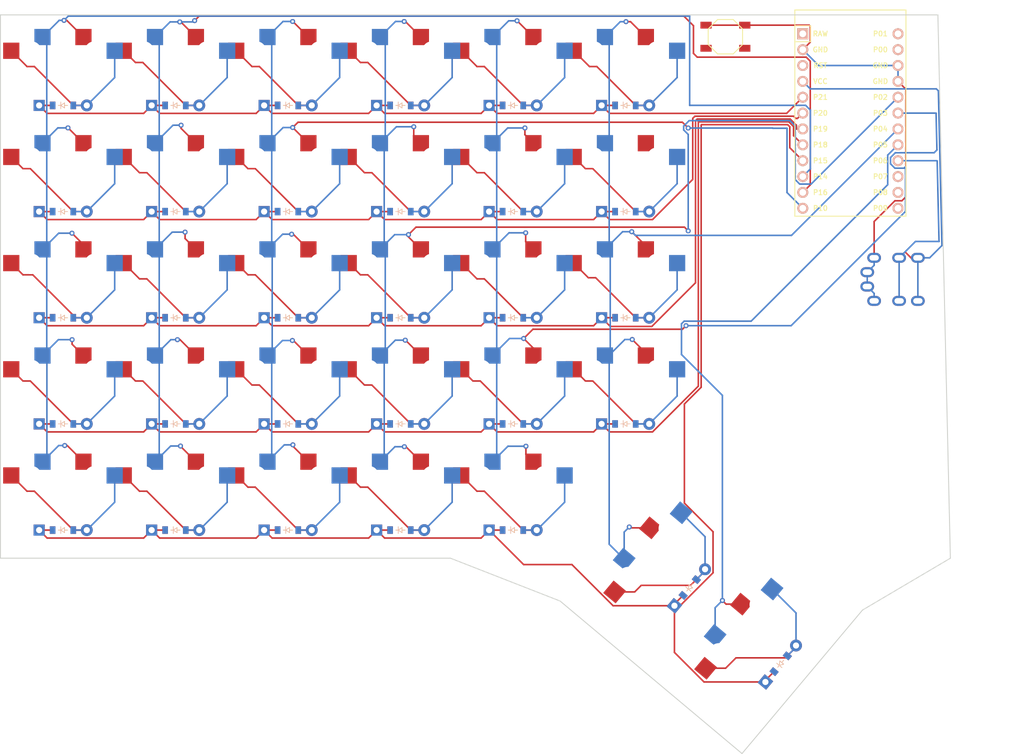
<source format=kicad_pcb>
(kicad_pcb (version 20221018) (generator pcbnew)
  (title_block (title "split_keyboard_I") (rev "v1.0.0") (company "Unknown"))
  (layers (0 "F.Cu" signal) (31 "B.Cu" signal) (34 "B.Paste" user) (35 "F.Paste" user) (36 "B.SilkS" user "B.Silkscreen") (37 "F.SilkS" user "F.Silkscreen") (38 "B.Mask" user) (39 "F.Mask" user) (44 "Edge.Cuts" user))
  (net 0 "")
  (net 1 "P14")
  (net 2 "outer_bottom")
  (net 3 "outer_row3")
  (net 4 "outer_row2")
  (net 5 "outer_row1")
  (net 6 "outer_number")
  (net 7 "P16")
  (net 8 "pinky_bottom")
  (net 9 "pinky_row3")
  (net 10 "pinky_row2")
  (net 11 "pinky_row1")
  (net 12 "pinky_number")
  (net 13 "P10")
  (net 14 "ring_bottom")
  (net 15 "ring_row3")
  (net 16 "ring_row2")
  (net 17 "ring_row1")
  (net 18 "ring_number")
  (net 19 "P2")
  (net 20 "middle_bottom")
  (net 21 "middle_row3")
  (net 22 "middle_row2")
  (net 23 "middle_row1")
  (net 24 "middle_number")
  (net 25 "P3")
  (net 26 "index_bottom")
  (net 27 "index_row3")
  (net 28 "index_row2")
  (net 29 "index_row1")
  (net 30 "index_number")
  (net 31 "P4")
  (net 32 "inner_row3")
  (net 33 "inner_row2")
  (net 34 "inner_row1")
  (net 35 "inner_number")
  (net 36 "space_cluster")
  (net 37 "P5")
  (net 38 "layer_cluster")
  (net 39 "P15")
  (net 40 "P18")
  (net 41 "P19")
  (net 42 "P20")
  (net 43 "P21")
  (net 44 "RAW")
  (net 45 "GND")
  (net 46 "RST")
  (net 47 "VCC")
  (net 48 "P1")
  (net 49 "P0")
  (net 50 "P6")
  (net 51 "P7")
  (net 52 "P8")
  (net 53 "P9")
  (footprint "E73:SW_TACT_ALPS_SKQGABE010" (layer "F.Cu") (at 256 76)
    (fp_text reference "B1" hide)
    (fp_text value "" hide)
  )
  (footprint "PG1350" (layer "F.Cu") (at 186 133)
    (fp_text reference "S12" hide)
    (fp_text value "" hide)
  )
  (footprint "PG1350" (layer "F.Cu") (at 240 116)
    (fp_text reference "S27" hide)
    (fp_text value "" hide)
  )
  (footprint "PG1350" (layer "F.Cu") (at 186 82)
    (fp_text reference "S15" hide)
    (fp_text value "" hide)
  )
  (footprint "ComboDiode" (layer "F.Cu") (at 240 121)
    (fp_text reference "D27" hide)
    (fp_text value "" hide)
  )
  (footprint "ComboDiode" (layer "F.Cu") (at 150 138)
    (fp_text reference "D2" hide)
    (fp_text value "" hide)
  )
  (footprint "ComboDiode" (layer "F.Cu") (at 222 121)
    (fp_text reference "D23" hide)
    (fp_text value "" hide)
  )
  (footprint "ComboDiode" (layer "F.Cu") (at 240 104)
    (fp_text reference "D28" hide)
    (fp_text value "" hide)
  )
  (footprint "ComboDiode" (layer "F.Cu") (at 168 87)
    (fp_text reference "D10" hide)
    (fp_text value "" hide)
  )
  (footprint "PG1350" (layer "F.Cu") (at 204 116)
    (fp_text reference "S18" hide)
    (fp_text value "" hide)
  )
  (footprint "ComboDiode" (layer "F.Cu") (at 204 87)
    (fp_text reference "D20" hide)
    (fp_text value "" hide)
  )
  (footprint "PG1350" (layer "F.Cu") (at 168 150)
    (fp_text reference "S6" hide)
    (fp_text value "" hide)
  )
  (footprint "PG1350" (layer "F.Cu") (at 246.465173 160.97447 50)
    (fp_text reference "S30" hide)
    (fp_text value "" hide)
  )
  (footprint "PG1350" (layer "F.Cu") (at 261.020018 173.187435 50)
    (fp_text reference "S31" hide)
    (fp_text value "" hide)
  )
  (footprint "ComboDiode" (layer "F.Cu") (at 186 87)
    (fp_text reference "D15" hide)
    (fp_text value "" hide)
  )
  (footprint "ComboDiode" (layer "F.Cu") (at 222 104)
    (fp_text reference "D24" hide)
    (fp_text value "" hide)
  )
  (footprint "PG1350" (layer "F.Cu") (at 204 150)
    (fp_text reference "S16" hide)
    (fp_text value "" hide)
  )
  (footprint "ComboDiode" (layer "F.Cu") (at 168 155)
    (fp_text reference "D6" hide)
    (fp_text value "" hide)
  )
  (footprint "PG1350" (layer "F.Cu") (at 168 116)
    (fp_text reference "S8" hide)
    (fp_text value "" hide)
  )
  (footprint "TRRS-PJ-320A-dual" (layer "F.Cu") (at 290 116 -90)
    (fp_text reference "TRRS1")
    (fp_text value "TRRS-PJ-320A-dual")
  )
  (footprint "PG1350" (layer "F.Cu") (at 150 82)
    (fp_text reference "S5" hide)
    (fp_text value "" hide)
  )
  (footprint "PG1350" (layer "F.Cu") (at 204 82)
    (fp_text reference "S20" hide)
    (fp_text value "" hide)
  )
  (footprint "PG1350" (layer "F.Cu") (at 222 82)
    (fp_text reference "S25" hide)
    (fp_text value "" hide)
  )
  (footprint "PG1350" (layer "F.Cu") (at 186 99)
    (fp_text reference "S14" hide)
    (fp_text value "" hide)
  )
  (footprint "PG1350" (layer "F.Cu") (at 222 150)
    (fp_text reference "S21" hide)
    (fp_text value "" hide)
  )
  (footprint "PG1350" (layer "F.Cu") (at 240 82)
    (fp_text reference "S29" hide)
    (fp_text value "" hide)
  )
  (footprint "ComboDiode" (layer "F.Cu") (at 168 138)
    (fp_text reference "D7" hide)
    (fp_text value "" hide)
  )
  (footprint "PG1350" (layer "F.Cu") (at 168 133)
    (fp_text reference "S7" hide)
    (fp_text value "" hide)
  )
  (footprint "ComboDiode" (layer "F.Cu") (at 186 155)
    (fp_text reference "D11" hide)
    (fp_text value "" hide)
  )
  (footprint "ComboDiode" (layer "F.Cu") (at 150 155)
    (fp_text reference "D1" hide)
    (fp_text value "" hide)
  )
  (footprint "PG1350" (layer "F.Cu") (at 150 99)
    (fp_text reference "S4" hide)
    (fp_text value "" hide)
  )
  (footprint "ComboDiode" (layer "F.Cu") (at 222 87)
    (fp_text reference "D25" hide)
    (fp_text value "" hide)
  )
  (footprint "ComboDiode" (layer "F.Cu") (at 250.295395 164.188408 50)
    (fp_text reference "D30" hide)
    (fp_text value "" hide)
  )
  (footprint "PG1350" (layer "F.Cu") (at 240 133)
    (fp_text reference "S26" hide)
    (fp_text value "" hide)
  )
  (footprint "ComboDiode" (layer "F.Cu") (at 168 121)
    (fp_text reference "D8" hide)
    (fp_text value "" hide)
  )
  (footprint "PG1350" (layer "F.Cu") (at 150 116)
    (fp_text reference "S3" hide)
    (fp_text value "" hide)
  )
  (footprint "PG1350" (layer "F.Cu") (at 150 133)
    (fp_text reference "S2" hide)
    (fp_text value "" hide)
  )
  (footprint "PG1350" (layer "F.Cu") (at 222 116)
    (fp_text reference "S23" hide)
    (fp_text value "" hide)
  )
  (footprint "ComboDiode" (layer "F.Cu") (at 150 121)
    (fp_text reference "D3" hide)
    (fp_text value "" hide)
  )
  (footprint "ComboDiode" (layer "F.Cu") (at 264.85024 176.401373 50)
    (fp_text reference "D31" hide)
    (fp_text value "" hide)
  )
  (footprint "ComboDiode" (layer "F.Cu") (at 204 155)
    (fp_text reference "D16" hide)
    (fp_text value "" hide)
  )
  (footprint "ComboDiode" (layer "F.Cu") (at 186 104)
    (fp_text reference "D14" hide)
    (fp_text value "" hide)
  )
  (footprint "PG1350" (layer "F.Cu") (at 150 150)
    (fp_text reference "S1" hide)
    (fp_text value "" hide)
  )
  (footprint "PG1350" (layer "F.Cu") (at 186 116)
    (fp_text reference "S13" hide)
    (fp_text value "" hide)
  )
  (footprint "PG1350" (layer "F.Cu") (at 186 150)
    (fp_text reference "S11" hide)
    (fp_text value "" hide)
  )
  (footprint "PG1350" (layer "F.Cu") (at 168 99)
    (fp_text reference "S9" hide)
    (fp_text value "" hide)
  )
  (footprint "ComboDiode" (layer "F.Cu") (at 240 87)
    (fp_text reference "D29" hide)
    (fp_text value "" hide)
  )
  (footprint "ComboDiode" (layer "F.Cu") (at 150 104)
    (fp_text reference "D4" hide)
    (fp_text value "" hide)
  )
  (footprint "ComboDiode" (layer "F.Cu") (at 150 87)
    (fp_text reference "D5" hide)
    (fp_text value "" hide)
  )
  (footprint "ProMicro" (layer "F.Cu") (at 276 89.5 -90)
    (fp_text reference "MCU1" hide)
    (fp_text value "" hide)
  )
  (footprint "PG1350" (layer "F.Cu") (at 168 82)
    (fp_text reference "S10" hide)
    (fp_text value "" hide)
  )
  (footprint "PG1350" (layer "F.Cu") (at 204 99)
    (fp_text reference "S19" hide)
    (fp_text value "" hide)
  )
  (footprint "PG1350" (layer "F.Cu") (at 222 133)
    (fp_text reference "S22" hide)
    (fp_text value "" hide)
  )
  (footprint "ComboDiode" (layer "F.Cu") (at 168 104)
    (fp_text reference "D9" hide)
    (fp_text value "" hide)
  )
  (footprint "PG1350" (layer "F.Cu") (at 204 133)
    (fp_text reference "S17" hide)
    (fp_text value "" hide)
  )
  (footprint "ComboDiode" (layer "F.Cu") (at 204 104)
    (fp_text reference "D19" hide)
    (fp_text value "" hide)
  )
  (footprint "ComboDiode" (layer "F.Cu") (at 204 138)
    (fp_text reference "D17" hide)
    (fp_text value "" hide)
  )
  (footprint "ComboDiode" (layer "F.Cu") (at 222 155)
    (fp_text reference "D21" hide)
    (fp_text value "" hide)
  )
  (footprint "PG1350" (layer "F.Cu") (at 240 99)
    (fp_text reference "S28" hide)
    (fp_text value "" hide)
  )
  (footprint "ComboDiode" (layer "F.Cu") (at 222 138)
    (fp_text reference "D22" hide)
    (fp_text value "" hide)
  )
  (footprint "PG1350" (layer "F.Cu") (at 222 99)
    (fp_text reference "S24" hide)
    (fp_text value "" hide)
  )
  (footprint "ComboDiode" (layer "F.Cu") (at 186 121)
    (fp_text reference "D13" hide)
    (fp_text value "" hide)
  )
  (footprint "ComboDiode" (layer "F.Cu") (at 240 138)
    (fp_text reference "D26" hide)
    (fp_text value "" hide)
  )
  (footprint "ComboDiode" (layer "F.Cu") (at 186 138)
    (fp_text reference "D12" hide)
    (fp_text value "" hide)
  )
  (footprint "ComboDiode" (layer "F.Cu") (at 204 121)
    (fp_text reference "D18" hide)
    (fp_text value "" hide)
  )
  (gr_line (start 212 159.5) (end 229.545937 166.358654) (stroke (width 0.15)) (layer "Edge.Cuts"))
  (gr_line (start 258.655626 190.784584) (end 277.939254 167.80325) (stroke (width 0.15)) (layer "Edge.Cuts"))
  (gr_line (start 290 72.5) (end 140 72.5) (stroke (width 0.15)) (layer "Edge.Cuts"))
  (gr_line (start 140 159.5) (end 212 159.5) (stroke (width 0.15)) (layer "Edge.Cuts"))
  (gr_line (start 292 159.5) (end 290 72.5) (stroke (width 0.15)) (layer "Edge.Cuts"))
  (gr_line (start 140 72.5) (end 140 159.5) (stroke (width 0.15)) (layer "Edge.Cuts"))
  (gr_line (start 229.545937 166.358654) (end 258.655626 190.784584) (stroke (width 0.15)) (layer "Edge.Cuts"))
  (gr_line (start 277.939254 167.80325) (end 292 159.5) (stroke (width 0.15)) (layer "Edge.Cuts"))
  (segment (start 153.275 109.295) (end 153.275 110.05) (width 0.25) (layer "F.Cu") (net 1))
  (segment (start 151.44 107.46) (end 153.275 109.295) (width 0.25) (layer "F.Cu") (net 1))
  (segment (start 150.605 73.38) (end 153.275 76.05) (width 0.25) (layer "F.Cu") (net 1))
  (segment (start 150.28 141.46) (end 150.685 141.46) (width 0.25) (layer "F.Cu") (net 1))
  (segment (start 151.46 124.51) (end 151.46 125.235) (width 0.25) (layer "F.Cu") (net 1))
  (segment (start 150.685 141.46) (end 153.275 144.05) (width 0.25) (layer "F.Cu") (net 1))
  (segment (start 151.46 125.235) (end 153.275 127.05) (width 0.25) (layer "F.Cu") (net 1))
  (segment (start 150.825 90.6) (end 153.275 93.05) (width 0.25) (layer "F.Cu") (net 1))
  (segment (start 150.8 90.6) (end 150.825 90.6) (width 0.25) (layer "F.Cu") (net 1))
  (segment (start 150.17 73.38) (end 150.605 73.38) (width 0.25) (layer "F.Cu") (net 1))
  (via (at 150.8 90.6) (size 0.8) (drill 0.4) (layers "F.Cu" "B.Cu") (net 1))
  (via (at 150.28 141.46) (size 0.8) (drill 0.4) (layers "F.Cu" "B.Cu") (net 1))
  (via (at 151.44 107.46) (size 0.8) (drill 0.4) (layers "F.Cu" "B.Cu") (net 1))
  (via (at 150.17 73.38) (size 0.8) (drill 0.4) (layers "F.Cu" "B.Cu") (net 1))
  (via (at 151.46 124.51) (size 0.8) (drill 0.4) (layers "F.Cu" "B.Cu") (net 1))
  (segment (start 147.404 92.371) (end 146.725 93.05) (width 0.25) (layer "B.Cu") (net 1))
  (segment (start 146.725 110.05) (end 147.404 110.729) (width 0.25) (layer "B.Cu") (net 1))
  (segment (start 150.85 72.7) (end 150.17 73.38) (width 0.25) (layer "B.Cu") (net 1))
  (segment (start 146.725 76.05) (end 149.395 73.38) (width 0.25) (layer "B.Cu") (net 1))
  (segment (start 146.725 144.05) (end 149.315 141.46) (width 0.25) (layer "B.Cu") (net 1))
  (segment (start 146.725 76.05) (end 147.404 76.729) (width 0.25) (layer "B.Cu") (net 1))
  (segment (start 147.404 109.371) (end 146.725 110.05) (width 0.25) (layer "B.Cu") (net 1))
  (segment (start 250.28 86.99) (end 268.838895 86.99) (width 0.25) (layer "B.Cu") (net 1))
  (segment (start 146.725 110.05) (end 149.315 107.46) (width 0.25) (layer "B.Cu") (net 1))
  (segment (start 250.28 86.99) (end 250.28 72.7) (width 0.25) (layer "B.Cu") (net 1))
  (segment (start 149.315 107.46) (end 151.44 107.46) (width 0.25) (layer "B.Cu") (net 1))
  (segment (start 250.28 72.7) (end 150.85 72.7) (width 0.25) (layer "B.Cu") (net 1))
  (segment (start 147.404 126.371) (end 146.725 127.05) (width 0.25) (layer "B.Cu") (net 1))
  (segment (start 268.838895 86.99) (end 269.6 87.751105) (width 0.25) (layer "B.Cu") (net 1))
  (segment (start 269.6 97.17) (end 268.38 98.39) (width 0.25) (layer "B.Cu") (net 1))
  (segment (start 146.725 93.05) (end 149.175 90.6) (width 0.25) (layer "B.Cu") (net 1))
  (segment (start 147.43 127.755) (end 147.43 143.345) (width 0.25) (layer "B.Cu") (net 1))
  (segment (start 147.404 110.729) (end 147.404 126.371) (width 0.25) (layer "B.Cu") (net 1))
  (segment (start 146.725 127.05) (end 147.43 127.755) (width 0.25) (layer "B.Cu") (net 1))
  (segment (start 147.404 76.729) (end 147.404 92.371) (width 0.25) (layer "B.Cu") (net 1))
  (segment (start 149.265 124.51) (end 151.46 124.51) (width 0.25) (layer "B.Cu") (net 1))
  (segment (start 149.315 141.46) (end 150.28 141.46) (width 0.25) (layer "B.Cu") (net 1))
  (segment (start 146.725 127.05) (end 149.265 124.51) (width 0.25) (layer "B.Cu") (net 1))
  (segment (start 149.395 73.38) (end 150.17 73.38) (width 0.25) (layer "B.Cu") (net 1))
  (segment (start 269.6 87.751105) (end 269.6 97.17) (width 0.25) (layer "B.Cu") (net 1))
  (segment (start 147.43 143.345) (end 146.725 144.05) (width 0.25) (layer "B.Cu") (net 1))
  (segment (start 147.404 93.729) (end 147.404 109.371) (width 0.25) (layer "B.Cu") (net 1))
  (segment (start 149.175 90.6) (end 150.8 90.6) (width 0.25) (layer "B.Cu") (net 1))
  (segment (start 146.725 93.05) (end 147.404 93.729) (width 0.25) (layer "B.Cu") (net 1))
  (segment (start 141.725 146.25) (end 144.2491 148.7741) (width 0.25) (layer "F.Cu") (net 2))
  (segment (start 151.65 155) (end 153.81 155) (width 0.25) (layer "F.Cu") (net 2))
  (segment (start 144.2491 148.7741) (end 145.4241 148.7741) (width 0.25) (layer "F.Cu") (net 2))
  (segment (start 145.4241 148.7741) (end 151.65 155) (width 0.25) (layer "F.Cu") (net 2))
  (segment (start 158.275 146.25) (end 158.275 150.535) (width 0.25) (layer "B.Cu") (net 2))
  (segment (start 153.81 155) (end 151.65 155) (width 0.25) (layer "B.Cu") (net 2))
  (segment (start 158.275 150.535) (end 153.81 155) (width 0.25) (layer "B.Cu") (net 2))
  (segment (start 153.81 138) (end 151.65 138) (width 0.25) (layer "F.Cu") (net 3))
  (segment (start 143.6 131.125) (end 144.775 131.125) (width 0.25) (layer "F.Cu") (net 3))
  (segment (start 141.725 129.25) (end 143.6 131.125) (width 0.25) (layer "F.Cu") (net 3))
  (segment (start 144.775 131.125) (end 151.65 138) (width 0.25) (layer "F.Cu") (net 3))
  (segment (start 153.81 138) (end 151.65 138) (width 0.25) (layer "B.Cu") (net 3))
  (segment (start 158.275 133.535) (end 153.81 138) (width 0.25) (layer "B.Cu") (net 3))
  (segment (start 158.275 129.25) (end 158.275 133.535) (width 0.25) (layer "B.Cu") (net 3))
  (segment (start 143.6 114.125) (end 145.170001 114.125) (width 0.25) (layer "F.Cu") (net 4))
  (segment (start 151.65 120.604999) (end 151.65 121) (width 0.25) (layer "F.Cu") (net 4))
  (segment (start 151.65 121) (end 153.81 121) (width 0.25) (layer "F.Cu") (net 4))
  (segment (start 141.725 112.25) (end 143.6 114.125) (width 0.25) (layer "F.Cu") (net 4))
  (segment (start 145.170001 114.125) (end 151.65 120.604999) (width 0.25) (layer "F.Cu") (net 4))
  (segment (start 158.275 116.535) (end 153.81 121) (width 0.25) (layer "B.Cu") (net 4))
  (segment (start 153.81 121) (end 151.65 121) (width 0.25) (layer "B.Cu") (net 4))
  (segment (start 158.275 112.25) (end 158.275 116.535) (width 0.25) (layer "B.Cu") (net 4))
  (segment (start 151.65 104) (end 153.81 104) (width 0.25) (layer "F.Cu") (net 5))
  (segment (start 141.725 95.25) (end 143.6 97.125) (width 0.25) (layer "F.Cu") (net 5))
  (segment (start 144.775 97.125) (end 151.65 104) (width 0.25) (layer "F.Cu") (net 5))
  (segment (start 143.6 97.125) (end 144.775 97.125) (width 0.25) (layer "F.Cu") (net 5))
  (segment (start 153.81 104) (end 151.65 104) (width 0.25) (layer "B.Cu") (net 5))
  (segment (start 158.275 99.535) (end 153.81 104) (width 0.25) (layer "B.Cu") (net 5))
  (segment (start 158.275 95.25) (end 158.275 99.535) (width 0.25) (layer "B.Cu") (net 5))
  (segment (start 145.4241 80.7741) (end 151.65 87) (width 0.25) (layer "F.Cu") (net 6))
  (segment (start 144.2491 80.7741) (end 145.4241 80.7741) (width 0.25) (layer "F.Cu") (net 6))
  (segment (start 141.725 78.25) (end 144.2491 80.7741) (width 0.25) (layer "F.Cu") (net 6))
  (segment (start 151.65 87) (end 153.81 87) (width 0.25) (layer "F.Cu") (net 6))
  (segment (start 158.275 78.25) (end 158.275 82.535) (width 0.25) (layer "B.Cu") (net 6))
  (segment (start 158.275 82.535) (end 153.81 87) (width 0.25) (layer "B.Cu") (net 6))
  (segment (start 153.81 87) (end 151.65 87) (width 0.25) (layer "B.Cu") (net 6))
  (segment (start 168.9 90.675) (end 171.275 93.05) (width 0.25) (layer "F.Cu") (net 7))
  (segment (start 168.735 124.51) (end 171.275 127.05) (width 0.25) (layer "F.Cu") (net 7))
  (segment (start 251.4913 79.2713) (end 268.9313 79.2713) (width 0.25) (layer "F.Cu") (net 7))
  (segment (start 268.9313 79.2713) (end 269.5813 79.9213) (width 0.25) (layer "F.Cu") (net 7))
  (segment (start 169.54 107.29) (end 169.54 108.315) (width 0.25) (layer "F.Cu") (net 7))
  (segment (start 169.54 108.315) (end 171.275 110.05) (width 0.25) (layer "F.Cu") (net 7))
  (segment (start 250.89 74.24) (end 250.89 78.67) (width 0.25) (layer "F.Cu") (net 7))
  (segment (start 168.81 141.585) (end 171.275 144.05) (width 0.25) (layer "F.Cu") (net 7))
  (segment (start 269.5813 99.7287) (end 268.38 100.93) (width 0.25) (layer "F.Cu") (net 7))
  (segment (start 250.89 78.67) (end 251.4913 79.2713) (width 0.25) (layer "F.Cu") (net 7))
  (segment (start 168.69 73.63) (end 168.855 73.63) (width 0.25) (layer "F.Cu") (net 7))
  (segment (start 168.32 124.51) (end 168.735 124.51) (width 0.25) (layer "F.Cu") (net 7))
  (segment (start 168.855 73.63) (end 171.275 76.05) (width 0.25) (layer "F.Cu") (net 7))
  (segment (start 269.5813 79.9213) (end 269.5813 99.7287) (width 0.25) (layer "F.Cu") (net 7))
  (segment (start 171.7945 72.7) (end 249.35 72.7) (width 0.25) (layer "F.Cu") (net 7))
  (segment (start 168.81 141.54) (end 168.81 141.585) (width 0.25) (layer "F.Cu") (net 7))
  (segment (start 168.9 90.17) (end 168.9 90.675) (width 0.25) (layer "F.Cu") (net 7))
  (segment (start 249.35 72.7) (end 250.89 74.24) (width 0.25) (layer "F.Cu") (net 7))
  (segment (start 171.07 73.4245) (end 171.7945 72.7) (width 0.25) (layer "F.Cu") (net 7))
  (via (at 169.54 107.29) (size 0.8) (drill 0.4) (layers "F.Cu" "B.Cu") (net 7))
  (via (at 168.9 90.17) (size 0.8) (drill 0.4) (layers "F.Cu" "B.Cu") (net 7))
  (via (at 168.32 124.51) (size 0.8) (drill 0.4) (layers "F.Cu" "B.Cu") (net 7))
  (via (at 171.07 73.4245) (size 0.8) (drill 0.4) (layers "F.Cu" "B.Cu") (net 7))
  (via (at 168.69 73.63) (size 0.8) (drill 0.4) (layers "F.Cu" "B.Cu") (net 7))
  (via (at 168.81 141.54) (size 0.8) (drill 0.4) (layers "F.Cu" "B.Cu") (net 7))
  (segment (start 164.725 110.05) (end 167.485 107.29) (width 0.25) (layer "B.Cu") (net 7))
  (segment (start 164.725 76.05) (end 167.145 73.63) (width 0.25) (layer "B.Cu") (net 7))
  (segment (start 167.605 90.17) (end 168.9 90.17) (width 0.25) (layer "B.Cu") (net 7))
  (segment (start 164.725 127.05) (end 165.404 127.729) (width 0.25) (layer "B.Cu") (net 7))
  (segment (start 165.404 109.371) (end 164.725 110.05) (width 0.25) (layer "B.Cu") (net 7))
  (segment (start 164.725 110.05) (end 165.404 110.729) (width 0.25) (layer "B.Cu") (net 7))
  (segment (start 164.725 76.05) (end 165.404 76.729) (width 0.25) (layer "B.Cu") (net 7))
  (segment (start 167.265 124.51) (end 168.32 124.51) (width 0.25) (layer "B.Cu") (net 7))
  (segment (start 167.145 73.63) (end 168.69 73.63) (width 0.25) (layer "B.Cu") (net 7))
  (segment (start 165.404 76.729) (end 165.404 92.371) (width 0.25) (layer "B.Cu") (net 7))
  (segment (start 164.725 144.05) (end 167.235 141.54) (width 0.25) (layer "B.Cu") (net 7))
  (segment (start 164.725 127.05) (end 167.265 124.51) (width 0.25) (layer "B.Cu") (net 7))
  (segment (start 164.725 93.05) (end 165.404 93.729) (width 0.25) (layer "B.Cu") (net 7))
  (segment (start 168.69 73.63) (end 170.8645 73.63) (width 0.25) (layer "B.Cu") (net 7))
  (segment (start 167.235 141.54) (end 168.81 141.54) (width 0.25) (layer "B.Cu") (net 7))
  (segment (start 165.404 110.729) (end 165.404 126.371) (width 0.25) (layer "B.Cu") (net 7))
  (segment (start 165.404 127.729) (end 165.404 143.371) (width 0.25) (layer "B.Cu") (net 7))
  (segment (start 170.8645 73.63) (end 171.07 73.4245) (width 0.25) (layer "B.Cu") (net 7))
  (segment (start 167.485 107.29) (end 169.54 107.29) (width 0.25) (layer "B.Cu") (net 7))
  (segment (start 165.404 93.729) (end 165.404 109.371) (width 0.25) (layer "B.Cu") (net 7))
  (segment (start 164.725 93.05) (end 167.605 90.17) (width 0.25) (layer "B.Cu") (net 7))
  (segment (start 165.404 92.371) (end 164.725 93.05) (width 0.25) (layer "B.Cu") (net 7))
  (segment (start 165.404 126.371) (end 164.725 127.05) (width 0.25) (layer "B.Cu") (net 7))
  (segment (start 165.404 143.371) (end 164.725 144.05) (width 0.25) (layer "B.Cu") (net 7))
  (segment (start 159.725 146.25) (end 162.2491 148.7741) (width 0.25) (layer "F.Cu") (net 8))
  (segment (start 162.2491 148.7741) (end 163.4241 148.7741) (width 0.25) (layer "F.Cu") (net 8))
  (segment (start 169.65 155) (end 171.81 155) (width 0.25) (layer "F.Cu") (net 8))
  (segment (start 163.4241 148.7741) (end 169.65 155) (width 0.25) (layer "F.Cu") (net 8))
  (segment (start 176.275 150.535) (end 171.81 155) (width 0.25) (layer "B.Cu") (net 8))
  (segment (start 176.275 146.25) (end 176.275 150.535) (width 0.25) (layer "B.Cu") (net 8))
  (segment (start 171.81 155) (end 169.65 155) (width 0.25) (layer "B.Cu") (net 8))
  (segment (start 169.65 138) (end 171.81 138) (width 0.25) (layer "F.Cu") (net 9))
  (segment (start 161.6 131.125) (end 162.775 131.125) (width 0.25) (layer "F.Cu") (net 9))
  (segment (start 162.775 131.125) (end 169.65 138) (width 0.25) (layer "F.Cu") (net 9))
  (segment (start 159.725 129.25) (end 161.6 131.125) (width 0.25) (layer "F.Cu") (net 9))
  (segment (start 170.06 138) (end 169.65 138) (width 0.25) (layer "B.Cu") (net 9))
  (segment (start 176.275 129.25) (end 176.275 133.535) (width 0.25) (layer "B.Cu") (net 9))
  (segment (start 176.275 133.535) (end 171.81 138) (width 0.25) (layer "B.Cu") (net 9))
  (segment (start 170.2 138) (end 170.13 138.07) (width 0.25) (layer "B.Cu") (net 9))
  (segment (start 170.13 138.07) (end 170.06 138) (width 0.25) (layer "B.Cu") (net 9))
  (segment (start 171.81 138) (end 170.2 138) (width 0.25) (layer "B.Cu") (net 9))
  (segment (start 159.725 112.25) (end 162.2491 114.7741) (width 0.25) (layer "F.Cu") (net 10))
  (segment (start 163.4241 114.7741) (end 169.65 121) (width 0.25) (layer "F.Cu") (net 10))
  (segment (start 169.65 121) (end 171.81 121) (width 0.25) (layer "F.Cu") (net 10))
  (segment (start 162.2491 114.7741) (end 163.4241 114.7741) (width 0.25) (layer "F.Cu") (net 10))
  (segment (start 176.275 112.25) (end 176.275 116.535) (width 0.25) (layer "B.Cu") (net 10))
  (segment (start 176.275 116.535) (end 171.81 121) (width 0.25) (layer "B.Cu") (net 10))
  (segment (start 171.81 121) (end 169.65 121) (width 0.25) (layer "B.Cu") (net 10))
  (segment (start 159.725 95.25) (end 162.2491 97.7741) (width 0.25) (layer "F.Cu") (net 11))
  (segment (start 162.2491 97.7741) (end 163.4241 97.7741) (width 0.25) (layer "F.Cu") (net 11))
  (segment (start 171.81 104) (end 169.65 104) (width 0.25) (layer "F.Cu") (net 11))
  (segment (start 163.4241 97.7741) (end 169.65 104) (width 0.25) (layer "F.Cu") (net 11))
  (segment (start 176.275 95.25) (end 176.275 99.535) (width 0.25) (layer "B.Cu") (net 11))
  (segment (start 176.275 99.535) (end 171.81 104) (width 0.25) (layer "B.Cu") (net 11))
  (segment (start 171.81 104) (end 169.65 104) (width 0.25) (layer "B.Cu") (net 11))
  (segment (start 159.725 78.25) (end 161.6 80.125) (width 0.25) (layer "F.Cu") (net 12))
  (segment (start 161.6 80.125) (end 162.775 80.125) (width 0.25) (layer "F.Cu") (net 12))
  (segment (start 171.81 87) (end 169.65 87) (width 0.25) (layer "F.Cu") (net 12))
  (segment (start 162.775 80.125) (end 169.65 87) (width 0.25) (layer "F.Cu") (net 12))
  (segment (start 176.275 82.535) (end 171.81 87) (width 0.25) (layer "B.Cu") (net 12))
  (segment (start 176.275 78.25) (end 176.275 82.535) (width 0.25) (layer "B.Cu") (net 12))
  (segment (start 171.81 87) (end 169.65 87) (width 0.25) (layer "B.Cu") (net 12))
  (segment (start 186.785 73.56) (end 189.275 76.05) (width 0.25) (layer "F.Cu") (net 13))
  (segment (start 186.76 90.54) (end 186.765 90.54) (width 0.25) (layer "F.Cu") (net 13))
  (segment (start 186.75 73.56) (end 186.785 73.56) (width 0.25) (layer "F.Cu") (net 13))
  (segment (start 249.1205 89.695) (end 250.0455 90.62) (width 0.25) (layer "F.Cu") (net 13))
  (segment (start 186.79 141.35) (end 186.79 141.565) (width 0.25) (layer "F.Cu") (net 13))
  (segment (start 186.765 90.54) (end 189.275 93.05) (width 0.25) (layer "F.Cu") (net 13))
  (segment (start 186.79 141.565) (end 189.275 144.05) (width 0.25) (layer "F.Cu") (net 13))
  (segment (start 186.845 107.62) (end 189.275 110.05) (width 0.25) (layer "F.Cu") (net 13))
  (segment (start 186.71 124.64) (end 186.865 124.64) (width 0.25) (layer "F.Cu") (net 13))
  (segment (start 187.605 89.695) (end 249.1205 89.695) (width 0.25) (layer "F.Cu") (net 13))
  (segment (start 186.76 90.54) (end 187.605 89.695) (width 0.25) (layer "F.Cu") (net 13))
  (segment (start 186.865 124.64) (end 189.275 127.05) (width 0.25) (layer "F.Cu") (net 13))
  (segment (start 186.59 107.62) (end 186.845 107.62) (width 0.25) (layer "F.Cu") (net 13))
  (via (at 186.71 124.64) (size 0.8) (drill 0.4) (layers "F.Cu" "B.Cu") (net 13))
  (via (at 186.76 90.54) (size 0.8) (drill 0.4) (layers "F.Cu" "B.Cu") (net 13))
  (via (at 250.0455 90.62) (size 0.8) (drill 0.4) (layers "F.Cu" "B.Cu") (net 13))
  (via (at 186.59 107.62) (size 0.8) (drill 0.4) (layers "F.Cu" "B.Cu") (net 13))
  (via (at 186.75 73.56) (size 0.8) (drill 0.4) (layers "F.Cu" "B.Cu") (net 13))
  (via (at 186.79 141.35) (size 0.8) (drill 0.4) (layers "F.Cu" "B.Cu") (net 13))
  (segment (start 183.404 92.371) (end 182.725 93.05) (width 0.25) (layer "B.Cu") (net 13))
  (segment (start 182.725 144.05) (end 185.425 141.35) (width 0.25) (layer "B.Cu") (net 13))
  (segment (start 185.215 73.56) (end 186.75 73.56) (width 0.25) (layer "B.Cu") (net 13))
  (segment (start 182.725 127.05) (end 183.404 127.729) (width 0.25) (layer "B.Cu") (net 13))
  (segment (start 183.48 126.295) (end 182.725 127.05) (width 0.25) (layer "B.Cu") (net 13))
  (segment (start 182.725 76.05) (end 183.404 76.729) (width 0.25) (layer "B.Cu") (net 13))
  (segment (start 263.6 90.66) (end 265.86 90.66) (width 0.25) (layer "B.Cu") (net 13))
  (segment (start 183.404 127.729) (end 183.404 143.371) (width 0.25) (layer "B.Cu") (net 13))
  (segment (start 183.404 109.371) (end 182.725 110.05) (width 0.25) (layer "B.Cu") (net 13))
  (segment (start 263.56 90.62) (end 263.6 90.66) (width 0.25) (layer "B.Cu") (net 13))
  (segment (start 183.48 110.805) (end 183.48 126.295) (width 0.25) (layer "B.Cu") (net 13))
  (segment (start 265.86 90.66) (end 265.86 100.95) (width 0.25) (layer "B.Cu") (net 13))
  (segment (start 182.725 110.05) (end 185.155 107.62) (width 0.25) (layer "B.Cu") (net 13))
  (segment (start 182.725 93.05) (end 185.235 90.54) (width 0.25) (layer "B.Cu") (net 13))
  (segment (start 182.725 93.05) (end 183.404 93.729) (width 0.25) (layer "B.Cu") (net 13))
  (segment (start 250.0455 90.62) (end 263.56 90.62) (width 0.25) (layer "B.Cu") (net 13))
  (segment (start 183.404 93.729) (end 183.404 109.371) (width 0.25) (layer "B.Cu") (net 13))
  (segment (start 185.425 141.35) (end 186.79 141.35) (width 0.25) (layer "B.Cu") (net 13))
  (segment (start 265.86 100.95) (end 268.38 103.47) (width 0.25) (layer "B.Cu") (net 13))
  (segment (start 183.404 143.371) (end 182.725 144.05) (width 0.25) (layer "B.Cu") (net 13))
  (segment (start 185.135 124.64) (end 186.71 124.64) (width 0.25) (layer "B.Cu") (net 13))
  (segment (start 183.404 76.729) (end 183.404 92.371) (width 0.25) (layer "B.Cu") (net 13))
  (segment (start 185.155 107.62) (end 186.59 107.62) (width 0.25) (layer "B.Cu") (net 13))
  (segment (start 185.235 90.54) (end 186.76 90.54) (width 0.25) (layer "B.Cu") (net 13))
  (segment (start 182.725 127.05) (end 185.135 124.64) (width 0.25) (layer "B.Cu") (net 13))
  (segment (start 182.725 76.05) (end 185.215 73.56) (width 0.25) (layer "B.Cu") (net 13))
  (segment (start 182.725 110.05) (end 183.48 110.805) (width 0.25) (layer "B.Cu") (net 13))
  (segment (start 180.775 148.125) (end 187.65 155) (width 0.25) (layer "F.Cu") (net 14))
  (segment (start 179.6 148.125) (end 180.775 148.125) (width 0.25) (layer "F.Cu") (net 14))
  (segment (start 187.65 155) (end 189.81 155) (width 0.25) (layer "F.Cu") (net 14))
  (segment (start 177.725 146.25) (end 179.6 148.125) (width 0.25) (layer "F.Cu") (net 14))
  (segment (start 194.275 150.535) (end 189.81 155) (width 0.25) (layer "B.Cu") (net 14))
  (segment (start 189.81 155) (end 187.65 155) (width 0.25) (layer "B.Cu") (net 14))
  (segment (start 194.275 146.25) (end 194.275 150.535) (width 0.25) (layer "B.Cu") (net 14))
  (segment (start 187.65 138) (end 189.81 138) (width 0.25) (layer "F.Cu") (net 15))
  (segment (start 180.2491 131.7741) (end 181.4241 131.7741) (width 0.25) (layer "F.Cu") (net 15))
  (segment (start 177.725 129.25) (end 180.2491 131.7741) (width 0.25) (layer "F.Cu") (net 15))
  (segment (start 181.4241 131.7741) (end 187.65 138) (width 0.25) (layer "F.Cu") (net 15))
  (segment (start 194.275 133.535) (end 189.81 138) (width 0.25) (layer "B.Cu") (net 15))
  (segment (start 189.81 138) (end 187.65 138) (width 0.25) (layer "B.Cu") (net 15))
  (segment (start 194.275 129.25) (end 194.275 133.535) (width 0.25) (layer "B.Cu") (net 15))
  (segment (start 187.65 121) (end 189.81 121) (width 0.25) (layer "F.Cu") (net 16))
  (segment (start 179.6 114.125) (end 180.775 114.125) (width 0.25) (layer "F.Cu") (net 16))
  (segment (start 177.725 112.25) (end 179.6 114.125) (width 0.25) (layer "F.Cu") (net 16))
  (segment (start 180.775 114.125) (end 187.65 121) (width 0.25) (layer "F.Cu") (net 16))
  (segment (start 189.81 121) (end 187.65 121) (width 0.25) (layer "B.Cu") (net 16))
  (segment (start 194.275 116.535) (end 189.81 121) (width 0.25) (layer "B.Cu") (net 16))
  (segment (start 194.275 112.25) (end 194.275 116.535) (width 0.25) (layer "B.Cu") (net 16))
  (segment (start 177.725 95.25) (end 179.6 97.125) (width 0.25) (layer "F.Cu") (net 17))
  (segment (start 179.6 97.125) (end 180.775 97.125) (width 0.25) (layer "F.Cu") (net 17))
  (segment (start 180.775 97.125) (end 187.65 104) (width 0.25) (layer "F.Cu") (net 17))
  (segment (start 189.81 104) (end 187.65 104) (width 0.25) (layer "F.Cu") (net 17))
  (segment (start 189.81 104) (end 187.65 104) (width 0.25) (layer "B.Cu") (net 17))
  (segment (start 194.275 99.535) (end 189.81 104) (width 0.25) (layer "B.Cu") (net 17))
  (segment (start 194.275 95.25) (end 194.275 99.535) (width 0.25) (layer "B.Cu") (net 17))
  (segment (start 180.2491 80.7741) (end 181.4241 80.7741) (width 0.25) (layer "F.Cu") (net 18))
  (segment (start 181.4241 80.7741) (end 187.65 87) (width 0.25) (layer "F.Cu") (net 18))
  (segment (start 187.65 87) (end 189.81 87) (width 0.25) (layer "F.Cu") (net 18))
  (segment (start 177.725 78.25) (end 180.2491 80.7741) (width 0.25) (layer "F.Cu") (net 18))
  (segment (start 189.81 87) (end 187.65 87) (width 0.25) (layer "B.Cu") (net 18))
  (segment (start 194.275 78.25) (end 194.275 82.535) (width 0.25) (layer "B.Cu") (net 18))
  (segment (start 194.275 82.535) (end 189.81 87) (width 0.25) (layer "B.Cu") (net 18))
  (segment (start 204.6 73.56) (end 204.785 73.56) (width 0.25) (layer "F.Cu") (net 19))
  (segment (start 206.13 91.905) (end 207.275 93.05) (width 0.25) (layer "F.Cu") (net 19))
  (segment (start 204.815 124.59) (end 207.275 127.05) (width 0.25) (layer "F.Cu") (net 19))
  (segment (start 206.485 106.495) (end 249.455 106.495) (width 0.25) (layer "F.Cu") (net 19))
  (segment (start 206.13 90.42) (end 206.13 91.905) (width 0.25) (layer "F.Cu") (net 19))
  (segment (start 205.29 107.69) (end 206.485 106.495) (width 0.25) (layer "F.Cu") (net 19))
  (segment (start 249.455 106.495) (end 250.05 107.09) (width 0.25) (layer "F.Cu") (net 19))
  (segment (start 204.63 141.65) (end 204.875 141.65) (width 0.25) (layer "F.Cu") (net 19))
  (segment (start 204.77 124.59) (end 204.815 124.59) (width 0.25) (layer "F.Cu") (net 19))
  (segment (start 204.875 141.65) (end 207.275 144.05) (width 0.25) (layer "F.Cu") (net 19))
  (segment (start 205.29 107.69) (end 205.29 108.065) (width 0.25) (layer "F.Cu") (net 19))
  (segment (start 205.29 108.065) (end 207.275 110.05) (width 0.25) (layer "F.Cu") (net 19))
  (segment (start 204.785 73.56) (end 207.275 76.05) (width 0.25) (layer "F.Cu") (net 19))
  (via (at 204.77 124.59) (size 0.8) (drill 0.4) (layers "F.Cu" "B.Cu") (net 19))
  (via (at 206.13 90.42) (size 0.8) (drill 0.4) (layers "F.Cu" "B.Cu") (net 19))
  (via (at 250.05 107.09) (size 0.8) (drill 0.4) (layers "F.Cu" "B.Cu") (net 19))
  (via (at 204.63 141.65) (size 0.8) (drill 0.4) (layers "F.Cu" "B.Cu") (net 19))
  (via (at 204.6 73.56) (size 0.8) (drill 0.4) (layers "F.Cu" "B.Cu") (net 19))
  (via (at 205.29 107.69) (size 0.8) (drill 0.4) (layers "F.Cu" "B.Cu") (net 19))
  (segment (start 203.355 90.42) (end 206.13 90.42) (width 0.25) (layer "B.Cu") (net 19))
  (segment (start 249.3205 90.920305) (end 249.3205 90.319695) (width 0.25) (layer "B.Cu") (net 19))
  (segment (start 250.05 107.09) (end 250.05 91.649805) (width 0.25) (layer "B.Cu") (net 19))
  (segment (start 267.1787 98.887595) (end 267.882405 99.5913) (width 0.25) (layer "B.Cu") (net 19))
  (segment (start 200.725 110.05) (end 203.085 107.69) (width 0.25) (layer "B.Cu") (net 19))
  (segment (start 267.1787 90.272405) (end 267.1787 98.887595) (width 0.25) (layer "B.Cu") (net 19))
  (segment (start 201.575 126.2) (end 201.575 110.9) (width 0.25) (layer "B.Cu") (net 19))
  (segment (start 249.3205 90.319695) (end 250.208895 89.4313) (width 0.25) (layer "B.Cu") (net 19))
  (segment (start 201.575 76.9) (end 200.725 76.05) (width 0.25) (layer "B.Cu") (net 19))
  (segment (start 200.725 93.05) (end 201.575 92.2) (width 0.25) (layer "B.Cu") (net 19))
  (segment (start 250.208895 89.4313) (end 266.337595 89.4313) (width 0.25) (layer "B.Cu") (net 19))
  (segment (start 201.404 143.371) (end 200.725 144.05) (width 0.25) (layer "B.Cu") (net 19))
  (segment (start 201.404 93.729) (end 200.725 93.05) (width 0.25) (layer "B.Cu") (net 19))
  (segment (start 200.725 127.05) (end 201.575 126.2) (width 0.25) (layer "B.Cu") (net 19))
  (segment (start 203.085 107.69) (end 205.29 107.69) (width 0.25) (layer "B.Cu") (net 19))
  (segment (start 203.125 141.65) (end 204.63 141.65) (width 0.25) (layer "B.Cu") (net 19))
  (segment (start 201.575 92.2) (end 201.575 76.9) (width 0.25) (layer "B.Cu") (net 19))
  (segment (start 200.725 76.05) (end 203.215 73.56) (width 0.25) (layer "B.Cu") (net 19))
  (segment (start 200.725 144.05) (end 203.125 141.65) (width 0.25) (layer "B.Cu") (net 19))
  (segment (start 269.7187 99.5913) (end 283.62 85.69) (width 0.25) (layer "B.Cu") (net 19))
  (segment (start 203.215 73.56) (end 204.6 73.56) (width 0.25) (layer "B.Cu") (net 19))
  (segment (start 201.404 109.371) (end 201.404 93.729) (width 0.25) (layer "B.Cu") (net 19))
  (segment (start 201.404 127.729) (end 201.404 143.371) (width 0.25) (layer "B.Cu") (net 19))
  (segment (start 200.725 127.05) (end 201.404 127.729) (width 0.25) (layer "B.Cu") (net 19))
  (segment (start 203.185 124.59) (end 204.77 124.59) (width 0.25) (layer "B.Cu") (net 19))
  (segment (start 200.725 127.05) (end 203.185 124.59) (width 0.25) (layer "B.Cu") (net 19))
  (segment (start 200.725 93.05) (end 203.355 90.42) (width 0.25) (layer "B.Cu") (net 19))
  (segment (start 250.05 91.649805) (end 249.3205 90.920305) (width 0.25) (layer "B.Cu") (net 19))
  (segment (start 266.337595 89.4313) (end 267.1787 90.272405) (width 0.25) (layer "B.Cu") (net 19))
  (segment (start 200.725 110.05) (end 201.404 109.371) (width 0.25) (layer "B.Cu") (net 19))
  (segment (start 267.882405 99.5913) (end 269.7187 99.5913) (width 0.25) (layer "B.Cu") (net 19))
  (segment (start 201.575 110.9) (end 200.725 110.05) (width 0.25) (layer "B.Cu") (net 19))
  (segment (start 197.6 148.125) (end 198.775 148.125) (width 0.25) (layer "F.Cu") (net 20))
  (segment (start 195.725 146.25) (end 197.6 148.125) (width 0.25) (layer "F.Cu") (net 20))
  (segment (start 207.81 155) (end 205.65 155) (width 0.25) (layer "F.Cu") (net 20))
  (segment (start 198.775 148.125) (end 205.65 155) (width 0.25) (layer "F.Cu") (net 20))
  (segment (start 212.275 150.535) (end 207.81 155) (width 0.25) (layer "B.Cu") (net 20))
  (segment (start 212.275 146.25) (end 212.275 150.535) (width 0.25) (layer "B.Cu") (net 20))
  (segment (start 207.81 155) (end 205.65 155) (width 0.25) (layer "B.Cu") (net 20))
  (segment (start 198.2491 131.7741) (end 199.4241 131.7741) (width 0.25) (layer "F.Cu") (net 21))
  (segment (start 195.725 129.25) (end 198.2491 131.7741) (width 0.25) (layer "F.Cu") (net 21))
  (segment (start 199.4241 131.7741) (end 205.65 138) (width 0.25) (layer "F.Cu") (net 21))
  (segment (start 207.81 138) (end 205.65 138) (width 0.25) (layer "F.Cu") (net 21))
  (segment (start 212.275 133.535) (end 207.81 138) (width 0.25) (layer "B.Cu") (net 21))
  (segment (start 207.81 138) (end 205.65 138) (width 0.25) (layer "B.Cu") (net 21))
  (segment (start 212.275 129.25) (end 212.275 133.535) (width 0.25) (layer "B.Cu") (net 21))
  (segment (start 197.6 114.125) (end 198.775 114.125) (width 0.25) (layer "F.Cu") (net 22))
  (segment (start 207.81 121) (end 205.65 121) (width 0.25) (layer "F.Cu") (net 22))
  (segment (start 195.725 112.25) (end 197.6 114.125) (width 0.25) (layer "F.Cu") (net 22))
  (segment (start 198.775 114.125) (end 205.65 121) (width 0.25) (layer "F.Cu") (net 22))
  (segment (start 206.15 121) (end 206.13 121.02) (width 0.25) (layer "B.Cu") (net 22))
  (segment (start 212.275 112.25) (end 212.275 116.535) (width 0.25) (layer "B.Cu") (net 22))
  (segment (start 212.275 116.535) (end 207.81 121) (width 0.25) (layer "B.Cu") (net 22))
  (segment (start 206.13 121.02) (end 206.11 121) (width 0.25) (layer "B.Cu") (net 22))
  (segment (start 207.81 121) (end 206.15 121) (width 0.25) (layer "B.Cu") (net 22))
  (segment (start 206.11 121) (end 205.65 121) (width 0.25) (layer "B.Cu") (net 22))
  (segment (start 195.725 95.25) (end 198.2491 97.7741) (width 0.25) (layer "F.Cu") (net 23))
  (segment (start 199.4241 97.7741) (end 205.65 104) (width 0.25) (layer "F.Cu") (net 23))
  (segment (start 198.2491 97.7741) (end 199.4241 97.7741) (width 0.25) (layer "F.Cu") (net 23))
  (segment (start 207.81 104) (end 205.65 104) (width 0.25) (layer "F.Cu") (net 23))
  (segment (start 207.81 104) (end 205.65 104) (width 0.25) (layer "B.Cu") (net 23))
  (segment (start 212.275 95.25) (end 212.275 99.535) (width 0.25) (layer "B.Cu") (net 23))
  (segment (start 212.275 99.535) (end 207.81 104) (width 0.25) (layer "B.Cu") (net 23))
  (segment (start 207.81 87) (end 205.65 87) (width 0.25) (layer "F.Cu") (net 24))
  (segment (start 195.725 78.25) (end 197.6 80.125) (width 0.25) (layer "F.Cu") (net 24))
  (segment (start 198.775 80.125) (end 205.65 87) (width 0.25) (layer "F.Cu") (net 24))
  (segment (start 197.6 80.125) (end 198.775 80.125) (width 0.25) (layer "F.Cu") (net 24))
  (segment (start 212.275 82.535) (end 207.81 87) (width 0.25) (layer "B.Cu") (net 24))
  (segment (start 212.275 78.25) (end 212.275 82.535) (width 0.25) (layer "B.Cu") (net 24))
  (segment (start 207.81 87) (end 205.65 87) (width 0.25) (layer "B.Cu") (net 24))
  (segment (start 223.92 90.61) (end 223.92 91.695) (width 0.25) (layer "F.Cu") (net 25))
  (segment (start 222.66 73.45) (end 222.675 73.45) (width 0.25) (layer "F.Cu") (net 25))
  (segment (start 224.08 141.57) (end 224.08 142.855) (width 0.25) (layer "F.Cu") (net 25))
  (segment (start 223.92 91.695) (end 225.275 93.05) (width 0.25) (layer "F.Cu") (net 25))
  (segment (start 223.72 124.32) (end 225.2 122.84) (width 0.25) (layer "F.Cu") (net 25))
  (segment (start 224.08 142.855) (end 225.275 144.05) (width 0.25) (layer "F.Cu") (net 25))
  (segment (start 224.04 108.815) (end 225.275 110.05) (width 0.25) (layer "F.Cu") (net 25))
  (segment (start 222.675 73.45) (end 225.275 76.05) (width 0.25) (layer "F.Cu") (net 25))
  (segment (start 225.2 122.84) (end 249.13 122.84) (width 0.25) (layer "F.Cu") (net 25))
  (segment (start 249.13 122.84) (end 249.7 122.27) (width 0.25) (layer "F.Cu") (net 25))
  (segment (start 223.72 124.32) (end 225.275 125.875) (width 0.25) (layer "F.Cu") (net 25))
  (segment (start 224.04 107.4) (end 224.04 108.815) (width 0.25) (layer "F.Cu") (net 25))
  (segment (start 225.275 125.875) (end 225.275 127.05) (width 0.25) (layer "F.Cu") (net 25))
  (via (at 224.04 107.4) (size 0.8) (drill 0.4) (layers "F.Cu" "B.Cu") (net 25))
  (via (at 223.72 124.32) (size 0.8) (drill 0.4) (layers "F.Cu" "B.Cu") (net 25))
  (via (at 223.92 90.61) (size 0.8) (drill 0.4) (layers "F.Cu" "B.Cu") (net 25))
  (via (at 249.7 122.27) (size 0.8) (drill 0.4) (layers "F.Cu" "B.Cu") (net 25))
  (via (at 222.66 73.45) (size 0.8) (drill 0.4) (layers "F.Cu" "B.Cu") (net 25))
  (via (at 224.08 141.57) (size 0.8) (drill 0.4) (layers "F.Cu" "B.Cu") (net 25))
  (segment (start 221.375 107.4) (end 224.04 107.4) (width 0.25) (layer "B.Cu") (net 25))
  (segment (start 219.404 143.371) (end 218.725 144.05) (width 0.25) (layer "B.Cu") (net 25))
  (segment (start 218.725 76.05) (end 219.404 76.729) (width 0.25) (layer "B.Cu") (net 25))
  (segment (start 219.404 92.371) (end 218.725 93.05) (width 0.25) (layer "B.Cu") (net 25))
  (segment (start 219.404 126.371) (end 218.725 127.05) (width 0.25) (layer "B.Cu") (net 25))
  (segment (start 289.39702 94.58) (end 289.847068 94.129952) (width 0.25) (layer "B.Cu") (net 25))
  (segment (start 219.404 110.729) (end 219.404 126.371) (width 0.25) (layer "B.Cu") (net 25))
  (segment (start 266.518895 122.27) (end 284.8213 103.967595) (width 0.25) (layer "B.Cu") (net 25))
  (segment (start 284.8213 103.967595) (end 284.8213 96.9413) (width 0.25) (layer "B.Cu") (net 25))
  (segment (start 282.4187 96.347595) (end 282.4187 95.352405) (width 0.25) (layer "B.Cu") (net 25))
  (segment (start 219.404 109.371) (end 218.725 110.05) (width 0.25) (layer "B.Cu") (net 25))
  (segment (start 283.191105 94.58) (end 289.39702 94.58) (width 0.25) (layer "B.Cu") (net 25))
  (segment (start 218.725 127.05) (end 219.404 127.729) (width 0.25) (layer "B.Cu") (net 25))
  (segment (start 284.76 96.88) (end 284.5887 97.0513) (width 0.25) (layer "B.Cu") (net 25))
  (segment (start 219.404 93.729) (end 219.404 109.371) (width 0.25) (layer "B.Cu") (net 25))
  (segment (start 221.455 124.32) (end 223.72 124.32) (width 0.25) (layer "B.Cu") (net 25))
  (segment (start 221.165 90.61) (end 223.92 90.61) (width 0.25) (layer "B.Cu") (net 25))
  (segment (start 249.7 122.27) (end 266.518895 122.27) (width 0.25) (layer "B.Cu") (net 25))
  (segment (start 283.122405 97.0513) (end 282.4187 96.347595) (width 0.25) (layer "B.Cu") (net 25))
  (segment (start 289.712007 88.254781) (end 289.687226 88.23) (width 0.25) (layer "B.Cu") (net 25))
  (segment (start 218.725 144.05) (end 221.205 141.57) (width 0.25) (layer "B.Cu") (net 25))
  (segment (start 219.404 127.729) (end 219.404 143.371) (width 0.25) (layer "B.Cu") (net 25))
  (segment (start 218.725 110.05) (end 221.375 107.4) (width 0.25) (layer "B.Cu") (net 25))
  (segment (start 289.687226 88.23) (end 283.62 88.23) (width 0.25) (layer "B.Cu") (net 25))
  (segment (start 282.4187 95.352405) (end 283.191105 94.58) (width 0.25) (layer "B.Cu") (net 25))
  (segment (start 284.8213 96.9413) (end 284.76 96.88) (width 0.25) (layer "B.Cu") (net 25))
  (segment (start 218.725 76.05) (end 221.325 73.45) (width 0.25) (layer "B.Cu") (net 25))
  (segment (start 284.5887 97.0513) (end 283.122405 97.0513) (width 0.25) (layer "B.Cu") (net 25))
  (segment (start 289.847068 94.129952) (end 289.712007 88.254781) (width 0.25) (layer "B.Cu") (net 25))
  (segment (start 218.725 93.05) (end 219.404 93.729) (width 0.25) (layer "B.Cu") (net 25))
  (segment (start 218.725 93.05) (end 221.165 90.61) (width 0.25) (layer "B.Cu") (net 25))
  (segment (start 221.205 141.57) (end 224.08 141.57) (width 0.25) (layer "B.Cu") (net 25))
  (segment (start 218.725 127.05) (end 221.455 124.32) (width 0.25) (layer "B.Cu") (net 25))
  (segment (start 219.404 76.729) (end 219.404 92.371) (width 0.25) (layer "B.Cu") (net 25))
  (segment (start 221.325 73.45) (end 222.66 73.45) (width 0.25) (layer "B.Cu") (net 25))
  (segment (start 218.725 110.05) (end 219.404 110.729) (width 0.25) (layer "B.Cu") (net 25))
  (segment (start 213.725 146.25) (end 216.2491 148.7741) (width 0.25) (layer "F.Cu") (net 26))
  (segment (start 216.2491 148.7741) (end 217.4241 148.7741) (width 0.25) (layer "F.Cu") (net 26))
  (segment (start 225.81 155) (end 223.65 155) (width 0.25) (layer "F.Cu") (net 26))
  (segment (start 217.4241 148.7741) (end 223.65 155) (width 0.25) (layer "F.Cu") (net 26))
  (segment (start 225.81 155) (end 223.65 155) (width 0.25) (layer "B.Cu") (net 26))
  (segment (start 230.275 146.25) (end 230.275 150.535) (width 0.25) (layer "B.Cu") (net 26))
  (segment (start 230.275 150.535) (end 225.81 155) (width 0.25) (layer "B.Cu") (net 26))
  (segment (start 225.81 138) (end 223.65 138) (width 0.25) (layer "F.Cu") (net 27))
  (segment (start 215.6 131.125) (end 216.775 131.125) (width 0.25) (layer "F.Cu") (net 27))
  (segment (start 216.775 131.125) (end 223.65 138) (width 0.25) (layer "F.Cu") (net 27))
  (segment (start 213.725 129.25) (end 215.6 131.125) (width 0.25) (layer "F.Cu") (net 27))
  (segment (start 225.81 138) (end 223.65 138) (width 0.25) (layer "B.Cu") (net 27))
  (segment (start 230.275 129.25) (end 230.275 133.535) (width 0.25) (layer "B.Cu") (net 27))
  (segment (start 230.275 133.535) (end 225.81 138) (width 0.25) (layer "B.Cu") (net 27))
  (segment (start 213.725 112.25) (end 216.2491 114.7741) (width 0.25) (layer "F.Cu") (net 28))
  (segment (start 216.2491 114.7741) (end 217.4241 114.7741) (width 0.25) (layer "F.Cu") (net 28))
  (segment (start 217.4241 114.7741) (end 223.65 121) (width 0.25) (layer "F.Cu") (net 28))
  (segment (start 230.275 112.25) (end 230.275 116.535) (width 0.25) (layer "B.Cu") (net 28))
  (segment (start 230.275 116.535) (end 225.81 121) (width 0.25) (layer "B.Cu") (net 28))
  (segment (start 225.81 121) (end 223.65 121) (width 0.25) (layer "B.Cu") (net 28))
  (segment (start 216.2491 97.7741) (end 217.4241 97.7741) (width 0.25) (layer "F.Cu") (net 29))
  (segment (start 213.725 95.25) (end 216.2491 97.7741) (width 0.25) (layer "F.Cu") (net 29))
  (segment (start 225.81 104) (end 223.65 104) (width 0.25) (layer "F.Cu") (net 29))
  (segment (start 217.4241 97.7741) (end 223.65 104) (width 0.25) (layer "F.Cu") (net 29))
  (segment (start 225.81 104) (end 223.65 104) (width 0.25) (layer "B.Cu") (net 29))
  (segment (start 230.275 95.25) (end 230.275 99.535) (width 0.25) (layer "B.Cu") (net 29))
  (segment (start 230.275 99.535) (end 225.81 104) (width 0.25) (layer "B.Cu") (net 29))
  (segment (start 225.81 87) (end 223.65 87) (width 0.25) (layer "F.Cu") (net 30))
  (segment (start 217.4241 80.7741) (end 223.65 87) (width 0.25) (layer "F.Cu") (net 30))
  (segment (start 213.725 78.25) (end 216.2491 80.7741) (width 0.25) (layer "F.Cu") (net 30))
  (segment (start 216.2491 80.7741) (end 217.4241 80.7741) (width 0.25) (layer "F.Cu") (net 30))
  (segment (start 230.275 82.535) (end 225.81 87) (width 0.25) (layer "B.Cu") (net 30))
  (segment (start 225.81 87) (end 223.65 87) (width 0.25) (layer "B.Cu") (net 30))
  (segment (start 230.275 78.25) (end 230.275 82.535) (width 0.25) (layer "B.Cu") (net 30))
  (segment (start 241.01 107.22) (end 243.275 109.485) (width 0.25) (layer "F.Cu") (net 31))
  (segment (start 240.09 73.59) (end 240.815 73.59) (width 0.25) (layer "F.Cu") (net 31))
  (segment (start 240.815 73.59) (end 243.275 76.05) (width 0.25) (layer "F.Cu") (net 31))
  (segment (start 243.275 109.485) (end 243.275 110.05) (width 0.25) (layer "F.Cu") (net 31))
  (segment (start 243.275 126.665) (end 243.275 127.05) (width 0.25) (layer "F.Cu") (net 31))
  (segment (start 240.62 154.5) (end 240.761088 154.641088) (width 0.25) (layer "F.Cu") (net 31))
  (segment (start 240.761088 154.641088) (end 244.012338 154.641088) (width 0.25) (layer "F.Cu") (net 31))
  (segment (start 241.09 124.48) (end 243.275 126.665) (width 0.25) (layer "F.Cu") (net 31))
  (via (at 241.01 107.22) (size 0.8) (drill 0.4) (layers "F.Cu" "B.Cu") (net 31))
  (via (at 240.62 154.5) (size 0.8) (drill 0.4) (layers "F.Cu" "B.Cu") (net 31))
  (via (at 241.09 124.48) (size 0.8) (drill 0.4) (layers "F.Cu" "B.Cu") (net 31))
  (via (at 240.09 73.59) (size 0.8) (drill 0.4) (layers "F.Cu" "B.Cu") (net 31))
  (segment (start 239.185 73.59) (end 240.09 73.59) (width 0.25) (layer "B.Cu") (net 31))
  (segment (start 237.404 127.729) (end 237.404 157.2606) (width 0.25) (layer "B.Cu") (net 31))
  (segment (start 237.404 92.371) (end 236.725 93.05) (width 0.25) (layer "B.Cu") (net 31))
  (segment (start 239.802079 159.658679) (end 239.802079 155.317921) (width 0.25) (layer "B.Cu") (net 31))
  (segment (start 237.404 109.371) (end 236.725 110.05) (width 0.25) (layer "B.Cu") (net 31))
  (segment (start 237.404 157.2606) (end 239.802079 159.658679) (width 0.25) (layer "B.Cu") (net 31))
  (segment (start 236.725 110.05) (end 239.555 107.22) (width 0.25) (layer "B.Cu") (net 31))
  (segment (start 239.802079 155.317921) (end 240.62 154.5) (width 0.25) (layer "B.Cu") (net 31))
  (segment (start 236.725 76.05) (end 239.185 73.59) (width 0.25) (layer "B.Cu") (net 31))
  (segment (start 237.404 76.729) (end 237.404 92.371) (width 0.25) (layer "B.Cu") (net 31))
  (segment (start 236.725 110.05) (end 237.575 110.9) (width 0.25) (layer "B.Cu") (net 31))
  (segment (start 239.91835 124.48) (end 241.09 124.48) (width 0.25) (layer "B.Cu") (net 31))
  (segment (start 237.575 110.9) (end 237.575 126.2) (width 0.25) (layer "B.Cu") (net 31))
  (segment (start 236.725 127.05) (end 237.404 127.729) (width 0.25) (layer "B.Cu") (net 31))
  (segment (start 237.575 126.2) (end 236.725 127.05) (width 0.25) (layer "B.Cu") (net 31))
  (segment (start 283.62 90.77) (end 266.575 107.815) (width 0.25) (layer "B.Cu") (net 31))
  (segment (start 236.725 93.05) (end 237.404 93.729) (width 0.25) (layer "B.Cu") (net 31))
  (segment (start 237.404 93.729) (end 237.404 109.371) (width 0.25) (layer "B.Cu") (net 31))
  (segment (start 236.725 127.05) (end 237.34835 127.05) (width 0.25) (layer "B.Cu") (net 31))
  (segment (start 266.575 107.815) (end 241.605 107.815) (width 0.25) (layer "B.Cu") (net 31))
  (segment (start 236.725 76.05) (end 237.404 76.729) (width 0.25) (layer "B.Cu") (net 31))
  (segment (start 237.34835 127.05) (end 239.91835 124.48) (width 0.25) (layer "B.Cu") (net 31))
  (segment (start 241.605 107.815) (end 241.01 107.22) (width 0.25) (layer "B.Cu") (net 31))
  (segment (start 239.555 107.22) (end 241.01 107.22) (width 0.25) (layer "B.Cu") (net 31))
  (segment (start 234.775 131.125) (end 241.65 138) (width 0.25) (layer "F.Cu") (net 32))
  (segment (start 241.65 138) (end 243.81 138) (width 0.25) (layer "F.Cu") (net 32))
  (segment (start 231.725 129.25) (end 233.6 131.125) (width 0.25) (layer "F.Cu") (net 32))
  (segment (start 233.6 131.125) (end 234.775 131.125) (width 0.25) (layer "F.Cu") (net 32))
  (segment (start 248.275 129.25) (end 248.275 133.535) (width 0.25) (layer "B.Cu") (net 32))
  (segment (start 243.81 138) (end 241.65 138) (width 0.25) (layer "B.Cu") (net 32))
  (segment (start 248.275 133.535) (end 243.81 138) (width 0.25) (layer "B.Cu") (net 32))
  (segment (start 234.067501 114.592501) (end 235.242501 114.592501) (width 0.25) (layer "F.Cu") (net 33))
  (segment (start 241.65 121) (end 243.81 121) (width 0.25) (layer "F.Cu") (net 33))
  (segment (start 231.725 112.25) (end 234.067501 114.592501) (width 0.25) (layer "F.Cu") (net 33))
  (segment (start 235.242501 114.592501) (end 241.65 121) (width 0.25) (layer "F.Cu") (net 33))
  (segment (start 243.81 121) (end 241.65 121) (width 0.25) (layer "B.Cu") (net 33))
  (segment (start 248.275 112.25) (end 248.275 116.535) (width 0.25) (layer "B.Cu") (net 33))
  (segment (start 248.275 116.535) (end 243.81 121) (width 0.25) (layer "B.Cu") (net 33))
  (segment (start 234.775 97.125) (end 241.65 104) (width 0.25) (layer "F.Cu") (net 34))
  (segment (start 231.725 95.25) (end 233.6 97.125) (width 0.25) (layer "F.Cu") (net 34))
  (segment (start 241.65 104) (end 243.81 104) (width 0.25) (layer "F.Cu") (net 34))
  (segment (start 233.6 97.125) (end 234.775 97.125) (width 0.25) (layer "F.Cu") (net 34))
  (segment (start 248.275 95.25) (end 248.275 99.535) (width 0.25) (layer "B.Cu") (net 34))
  (segment (start 243.81 104) (end 241.65 104) (width 0.25) (layer "B.Cu") (net 34))
  (segment (start 248.275 99.535) (end 243.81 104) (width 0.25) (layer "B.Cu") (net 34))
  (segment (start 235.4241 80.7741) (end 241.65 87) (width 0.25) (layer "F.Cu") (net 35))
  (segment (start 241.65 87) (end 243.81 87) (width 0.25) (layer "F.Cu") (net 35))
  (segment (start 234.2491 80.7741) (end 235.4241 80.7741) (width 0.25) (layer "F.Cu") (net 35))
  (segment (start 231.725 78.25) (end 234.2491 80.7741) (width 0.25) (layer "F.Cu") (net 35))
  (segment (start 248.275 82.535) (end 243.81 87) (width 0.25) (layer "B.Cu") (net 35))
  (segment (start 243.81 87) (end 241.65 87) (width 0.25) (layer "B.Cu") (net 35))
  (segment (start 248.275 78.25) (end 248.275 82.535) (width 0.25) (layer "B.Cu") (net 35))
  (segment (start 252.744416 161.536014) (end 251.355995 162.924435) (width 0.25) (layer "F.Cu") (net 36))
  (segment (start 252.744416 161.269779) (end 252.744416 161.536014) (width 0.25) (layer "F.Cu") (net 36))
  (segment (start 238.273439 164.903034) (end 241.480837 164.903034) (width 0.25) (layer "F.Cu") (net 36))
  (segment (start 242.533871 163.85) (end 250.43043 163.85) (width 0.25) (layer "F.Cu") (net 36))
  (segment (start 250.43043 163.85) (end 251.355995 162.924435) (width 0.25) (layer "F.Cu") (net 36))
  (segment (start 241.480837 164.903034) (end 242.533871 163.85) (width 0.25) (layer "F.Cu") (net 36))
  (segment (start 252.744416 161.536014) (end 251.355995 162.924435) (width 0.25) (layer "B.Cu") (net 36))
  (segment (start 248.911574 152.224999) (end 252.744416 156.057841) (width 0.25) (layer "B.Cu") (net 36))
  (segment (start 252.744416 156.057841) (end 252.744416 161.269779) (width 0.25) (layer "B.Cu") (net 36))
  (segment (start 252.744416 161.269779) (end 252.744416 161.536014) (width 0.25) (layer "B.Cu") (net 36))
  (segment (start 256.104053 166.854053) (end 258.567183 166.854053) (width 0.25) (layer "F.Cu") (net 37))
  (segment (start 255.52 166.27) (end 256.104053 166.854053) (width 0.25) (layer "F.Cu") (net 37))
  (via (at 255.52 166.27) (size 0.8) (drill 0.4) (layers "F.Cu" "B.Cu") (net 37))
  (segment (start 281.9687 94.9613) (end 281.9687 99.698701) (width 0.25) (layer "B.Cu") (net 37))
  (segment (start 248.975 121.969695) (end 248.975 126.885) (width 0.25) (layer "B.Cu") (net 37))
  (segment (start 260.122401 121.545) (end 249.399695 121.545) (width 0.25) (layer "B.Cu") (net 37))
  (segment (start 248.975 126.885) (end 255.52 133.43) (width 0.25) (layer "B.Cu") (net 37))
  (segment (start 254.356924 167.433076) (end 255.52 166.27) (width 0.25) (layer "B.Cu") (net 37))
  (segment (start 249.399695 121.545) (end 248.975 121.969695) (width 0.25) (layer "B.Cu") (net 37))
  (segment (start 254.356924 171.871644) (end 254.356924 167.433076) (width 0.25) (layer "B.Cu") (net 37))
  (segment (start 283.62 93.31) (end 281.9687 94.9613) (width 0.25) (layer "B.Cu") (net 37))
  (segment (start 255.52 133.43) (end 255.52 166.27) (width 0.25) (layer "B.Cu") (net 37))
  (segment (start 281.9687 99.698701) (end 260.122401 121.545) (width 0.25) (layer "B.Cu") (net 37))
  (segment (start 257.694867 175.456814) (end 265.591426 175.456814) (width 0.25) (layer "F.Cu") (net 38))
  (segment (start 252.828284 177.115999) (end 256.035682 177.115999) (width 0.25) (layer "F.Cu") (net 38))
  (segment (start 267.299261 173.482744) (end 267.299261 173.748979) (width 0.25) (layer "F.Cu") (net 38))
  (segment (start 267.299261 173.748979) (end 265.91084 175.1374) (width 0.25) (layer "F.Cu") (net 38))
  (segment (start 265.591426 175.456814) (end 265.91084 175.1374) (width 0.25) (layer "F.Cu") (net 38))
  (segment (start 256.035682 177.115999) (end 257.694867 175.456814) (width 0.25) (layer "F.Cu") (net 38))
  (segment (start 263.466419 164.437964) (end 267.299261 168.270806) (width 0.25) (layer "B.Cu") (net 38))
  (segment (start 267.299261 173.748979) (end 265.91084 175.1374) (width 0.25) (layer "B.Cu") (net 38))
  (segment (start 267.299261 173.482744) (end 267.299261 173.748979) (width 0.25) (layer "B.Cu") (net 38))
  (segment (start 267.299261 168.270806) (end 267.299261 173.482744) (width 0.25) (layer "B.Cu") (net 38))
  (segment (start 200.19 155) (end 202.35 155) (width 0.25) (layer "F.Cu") (net 39))
  (segment (start 146.19 155) (end 147.4675 156.2775) (width 0.25) (layer "F.Cu") (net 39))
  (segment (start 262.401219 179.320002) (end 262.401219 179.053767) (width 0.25) (layer "F.Cu") (net 39))
  (segment (start 198.9125 156.2775) (end 200.19 155) (width 0.25) (layer "F.Cu") (net 39))
  (segment (start 182.19 155) (end 184.35 155) (width 0.25) (layer "F.Cu") (net 39))
  (segment (start 164.19 155) (end 165.4675 156.2775) (width 0.25) (layer "F.Cu") (net 39))
  (segment (start 247.846374 167.107037) (end 247.846374 174.585425) (width 0.25) (layer "F.Cu") (net 39))
  (segment (start 200.19 155) (end 201.4675 156.2775) (width 0.25) (layer "F.Cu") (net 39))
  (segment (start 220.35 155) (end 218.19 155) (width 0.25) (layer "F.Cu") (net 39))
  (segment (start 162.9125 156.2775) (end 164.19 155) (width 0.25) (layer "F.Cu") (net 39))
  (segment (start 265.961104 90.0775) (end 252.19 90.0775) (width 0.25) (layer "F.Cu") (net 39))
  (segment (start 201.4675 156.2775) (end 216.9125 156.2775) (width 0.25) (layer "F.Cu") (net 39))
  (segment (start 248.752963 167.107037) (end 247.846374 167.107037) (width 0.25) (layer "F.Cu") (net 39))
  (segment (start 247.846374 174.585425) (end 252.580951 179.320002) (width 0.25) (layer "F.Cu") (net 39))
  (segment (start 164.19 155) (end 166.35 155) (width 0.25) (layer "F.Cu") (net 39))
  (segment (start 252.12 90.1475) (end 252.12 132.133054) (width 0.25) (layer "F.Cu") (net 39))
  (segment (start 252.19 90.0775) (end 252.12 90.1475) (width 0.25) (layer "F.Cu") (net 39))
  (segment (start 252.12 132.133054) (end 249.44 134.813054) (width 0.25) (layer "F.Cu") (net 39))
  (segment (start 262.401219 179.053767) (end 263.78964 177.665346) (width 0.25) (layer "F.Cu") (net 39))
  (segment (start 223.709239 160.519239) (end 231.438308 160.519239) (width 0.25) (layer "F.Cu") (net 39))
  (segment (start 249.44 134.813054) (end 249.44 150.68) (width 0.25) (layer "F.Cu") (net 39))
  (segment (start 147.4675 156.2775) (end 162.9125 156.2775) (width 0.25) (layer "F.Cu") (net 39))
  (segment (start 249.44 150.68) (end 254.021916 155.261916) (width 0.25) (layer "F.Cu") (net 39))
  (segment (start 266.301802 93.771802) (end 266.301802 90.418198) (width 0.25) (layer "F.Cu") (net 39))
  (segment (start 247.846374 166.840802) (end 249.234795 165.452381) (width 0.25) (layer "F.Cu") (net 39))
  (segment (start 183.4675 156.2775) (end 198.9125 156.2775) (width 0.25) (layer "F.Cu") (net 39))
  (segment (start 146.19 155) (end 148.35 155) (width 0.25) (layer "F.Cu") (net 39))
  (segment (start 182.19 155) (end 183.4675 156.2775) (width 0.25) (layer "F.Cu") (net 39))
  (segment (start 254.021916 161.838084) (end 248.752963 167.107037) (width 0.25) (layer "F.Cu") (net 39))
  (segment (start 252.580951 179.320002) (end 262.401219 179.320002) (width 0.25) (layer "F.Cu") (net 39))
  (segment (start 165.4675 156.2775) (end 180.9125 156.2775) (width 0.25) (layer "F.Cu") (net 39))
  (segment (start 218.19 155) (end 223.709239 160.519239) (width 0.25) (layer "F.Cu") (net 39))
  (segment (start 266.301802 90.418198) (end 265.961104 90.0775) (width 0.25) (layer "F.Cu") (net 39))
  (segment (start 231.438308 160.519239) (end 238.026106 167.107037) (width 0.25) (layer "F.Cu") (net 39))
  (segment (start 180.9125 156.2775) (end 182.19 155) (width 0.25) (layer "F.Cu") (net 39))
  (segment (start 254.021916 155.261916) (end 254.021916 161.838084) (width 0.25) (layer "F.Cu") (net 39))
  (segment (start 268.38 95.85) (end 266.301802 93.771802) (width 0.25) (layer "F.Cu") (net 39))
  (segment (start 238.026106 167.107037) (end 247.846374 167.107037) (width 0.25) (layer "F.Cu") (net 39))
  (segment (start 216.9125 156.2775) (end 218.19 155) (width 0.25) (layer "F.Cu") (net 39))
  (segment (start 247.846374 167.107037) (end 247.846374 166.840802) (width 0.25) (layer "F.Cu") (net 39))
  (segment (start 180.9125 139.2775) (end 182.19 138) (width 0.25) (layer "F.Cu") (net 40))
  (segment (start 146.19 138) (end 148.35 138) (width 0.25) (layer "F.Cu") (net 40))
  (segment (start 220.35 138) (end 218.19 138) (width 0.25) (layer "F.Cu") (net 40))
  (segment (start 219.4675 139.2775) (end 234.9125 139.2775) (width 0.25) (layer "F.Cu") (net 40))
  (segment (start 183.4675 139.2775) (end 198.9125 139.2775) (width 0.25) (layer "F.Cu") (net 40))
  (segment (start 251.67 89.636396) (end 251.67 131.946658) (width 0.25) (layer "F.Cu") (net 40))
  (segment (start 266.91 90.39) (end 266.1475 89.6275) (width 0.25) (layer "F.Cu") (net 40))
  (segment (start 218.19 138) (end 219.4675 139.2775) (width 0.25) (layer "F.Cu") (net 40))
  (segment (start 238.35 138) (end 236.19 138) (width 0.25) (layer "F.Cu") (net 40))
  (segment (start 234.9125 139.2775) (end 236.19 138) (width 0.25) (layer "F.Cu") (net 40))
  (segment (start 147.4675 139.2775) (end 162.9125 139.2775) (width 0.25) (layer "F.Cu") (net 40))
  (segment (start 251.678896 89.6275) (end 251.67 89.636396) (width 0.25) (layer "F.Cu") (net 40))
  (segment (start 201.4675 139.2775) (end 216.9125 139.2775) (width 0.25) (layer "F.Cu") (net 40))
  (segment (start 200.19 138) (end 201.4675 139.2775) (width 0.25) (layer "F.Cu") (net 40))
  (segment (start 266.1475 89.6275) (end 251.678896 89.6275) (width 0.25) (layer "F.Cu") (net 40))
  (segment (start 184.35 138) (end 182.19 138) (width 0.25) (layer "F.Cu") (net 40))
  (segment (start 202.35 138) (end 200.19 138) (width 0.25) (layer "F.Cu") (net 40))
  (segment (start 182.19 138) (end 183.4675 139.2775) (width 0.25) (layer "F.Cu") (net 40))
  (segment (start 162.9125 139.2775) (end 164.19 138) (width 0.25) (layer "F.Cu") (net 40))
  (segment (start 164.19 138) (end 165.4675 139.2775) (width 0.25) (layer "F.Cu") (net 40))
  (segment (start 216.9125 139.2775) (end 218.19 138) (width 0.25) (layer "F.Cu") (net 40))
  (segment (start 244.339158 139.2775) (end 237.4675 139.2775) (width 0.25) (layer "F.Cu") (net 40))
  (segment (start 146.19 138) (end 147.4675 139.2775) (width 0.25) (layer "F.Cu") (net 40))
  (segment (start 198.9125 139.2775) (end 200.19 138) (width 0.25) (layer "F.Cu") (net 40))
  (segment (start 237.4675 139.2775) (end 236.19 138) (width 0.25) (layer "F.Cu") (net 40))
  (segment (start 165.4675 139.2775) (end 180.9125 139.2775) (width 0.25) (layer "F.Cu") (net 40))
  (segment (start 266.91 91.84) (end 266.91 90.39) (width 0.25) (layer "F.Cu") (net 40))
  (segment (start 251.67 131.946658) (end 244.339158 139.2775) (width 0.25) (layer "F.Cu") (net 40))
  (segment (start 164.19 138) (end 166.35 138) (width 0.25) (layer "F.Cu") (net 40))
  (segment (start 268.38 93.31) (end 266.91 91.84) (width 0.25) (layer "F.Cu") (net 40))
  (segment (start 198.9125 122.2775) (end 200.19 121) (width 0.25) (layer "F.Cu") (net 41))
  (segment (start 202.35 121) (end 200.19 121) (width 0.25) (layer "F.Cu") (net 41))
  (segment (start 218.19 121) (end 219.4675 122.2775) (width 0.25) (layer "F.Cu") (net 41))
  (segment (start 201.4675 122.2775) (end 216.9125 122.2775) (width 0.25) (layer "F.Cu") (net 41))
  (segment (start 244.226658 122.39) (end 237.58 122.39) (width 0.25) (layer "F.Cu") (net 41))
  (segment (start 182.19 121) (end 183.4675 122.2775) (width 0.25) (layer "F.Cu") (net 41))
  (segment (start 184.35 121) (end 182.19 121) (width 0.25) (layer "F.Cu") (net 41))
  (segment (start 234.9125 122.2775) (end 236.19 121) (width 0.25) (layer "F.Cu") (net 41))
  (segment (start 220.35 121) (end 218.19 121) (width 0.25) (layer "F.Cu") (net 41))
  (segment (start 183.4675 122.2775) (end 198.9125 122.2775) (width 0.25) (layer "F.Cu") (net 41))
  (segment (start 146.19 121) (end 147.4675 122.2775) (width 0.25) (layer "F.Cu") (net 41))
  (segment (start 236.19 121) (end 238.35 121) (width 0.25) (layer "F.Cu") (net 41))
  (segment (start 147.4675 122.2775) (end 162.9125 122.2775) (width 0.25) (layer "F.Cu") (net 41))
  (segment (start 216.9125 122.2775) (end 218.19 121) (width 0.25) (layer "F.Cu") (net 41))
  (segment (start 219.4675 122.2775) (end 234.9125 122.2775) (width 0.25) (layer "F.Cu") (net 41))
  (segment (start 251.22 115.396658) (end 244.226658 122.39) (width 0.25) (layer "F.Cu") (net 41))
  (segment (start 266.3675 89.1775) (end 251.4925 89.1775) (width 0.25) (layer "F.Cu") (net 41))
  (segment (start 200.19 121) (end 201.4675 122.2775) (width 0.25) (layer "F.Cu") (net 41))
  (segment (start 166.35 121) (end 164.19 121) (width 0.25) (layer "F.Cu") (net 41))
  (segment (start 237.58 122.39) (end 236.19 121) (width 0.25) (layer "F.Cu") (net 41))
  (segment (start 180.9125 122.2775) (end 182.19 121) (width 0.25) (layer "F.Cu") (net 41))
  (segment (start 251.4925 89.1775) (end 251.22 89.45) (width 0.25) (layer "F.Cu") (net 41))
  (segment (start 146.19 121) (end 148.35 121) (width 0.25) (layer "F.Cu") (net 41))
  (segment (start 162.9125 122.2775) (end 164.19 121) (width 0.25) (layer "F.Cu") (net 41))
  (segment (start 165.4675 122.2775) (end 180.9125 122.2775) (width 0.25) (layer "F.Cu") (net 41))
  (segment (start 251.22 89.45) (end 251.22 115.396658) (width 0.25) (layer "F.Cu") (net 41))
  (segment (start 268.38 90.77) (end 267.36 90.77) (width 0.25) (layer "F.Cu") (net 41))
  (segment (start 164.19 121) (end 165.4675 122.2775) (width 0.25) (layer "F.Cu") (net 41))
  (segment (start 267.36 90.17) (end 266.3675 89.1775) (width 0.25) (layer "F.Cu") (net 41))
  (segment (start 267.36 90.77) (end 267.36 90.17) (width 0.25) (layer "F.Cu") (net 41))
  (segment (start 146.19 104) (end 147.4675 105.2775) (width 0.25) (layer "F.Cu") (net 42))
  (segment (start 244.339158 105.2775) (end 237.4675 105.2775) (width 0.25) (layer "F.Cu") (net 42))
  (segment (start 184.35 104) (end 182.19 104) (width 0.25) (layer "F.Cu") (net 42))
  (segment (start 268.38 88.23) (end 267.53 89.08) (width 0.25) (layer "F.Cu") (net 42))
  (segment (start 250.77 89.08) (end 250.77 98.846658) (width 0.25) (layer "F.Cu") (net 42))
  (segment (start 164.19 104) (end 165.4675 105.2775) (width 0.25) (layer "F.Cu") (net 42))
  (segment (start 250.77 98.846658) (end 244.339158 105.2775) (width 0.25) (layer "F.Cu") (net 42))
  (segment (start 146.19 104) (end 148.35 104) (width 0.25) (layer "F.Cu") (net 42))
  (segment (start 200.19 104) (end 201.4675 105.2775) (width 0.25) (layer "F.Cu") (net 42))
  (segment (start 202.35 104) (end 200.19 104) (width 0.25) (layer "F.Cu") (net 42))
  (segment (start 237.4675 105.2775) (end 236.19 104) (width 0.25) (layer "F.Cu") (net 42))
  (segment (start 182.19 104) (end 183.4675 105.2775) (width 0.25) (layer "F.Cu") (net 42))
  (segment (start 234.9125 105.2775) (end 236.19 104) (width 0.25) (layer "F.Cu") (net 42))
  (segment (start 183.4675 105.2775) (end 198.9125 105.2775) (width 0.25) (layer "F.Cu") (net 42))
  (segment (start 266.9175 88.7275) (end 251.1225 88.7275) (width 0.25) (layer "F.Cu") (net 42))
  (segment (start 180.9125 105.2775) (end 182.19 104) (width 0.25) (layer "F.Cu") (net 42))
  (segment (start 201.4675 105.2775) (end 216.9125 105.2775) (width 0.25) (layer "F.Cu") (net 42))
  (segment (start 216.9125 105.2775) (end 218.19 104) (width 0.25) (layer "F.Cu") (net 42))
  (segment (start 218.19 104) (end 219.4675 105.2775) (width 0.25) (layer "F.Cu") (net 42))
  (segment (start 219.4675 105.2775) (end 234.9125 105.2775) (width 0.25) (layer "F.Cu") (net 42))
  (segment (start 267.27 89.08) (end 266.9175 88.7275) (width 0.25) (layer "F.Cu") (net 42))
  (segment (start 162.9125 105.2775) (end 164.19 104) (width 0.25) (layer "F.Cu") (net 42))
  (segment (start 166.35 104) (end 164.19 104) (width 0.25) (layer "F.Cu") (net 42))
  (segment (start 198.9125 105.2775) (end 200.19 104) (width 0.25) (layer "F.Cu") (net 42))
  (segment (start 251.1225 88.7275) (end 250.77 89.08) (width 0.25) (layer "F.Cu") (net 42))
  (segment (start 236.19 104) (end 238.35 104) (width 0.25) (layer "F.Cu") (net 42))
  (segment (start 267.53 89.08) (end 267.27 89.08) (width 0.25) (layer "F.Cu") (net 42))
  (segment (start 147.4675 105.2775) (end 162.9125 105.2775) (width 0.25) (layer "F.Cu") (net 42))
  (segment (start 165.4675 105.2775) (end 180.9125 105.2775) (width 0.25) (layer "F.Cu") (net 42))
  (segment (start 220.35 104) (end 218.19 104) (width 0.25) (layer "F.Cu") (net 42))
  (segment (start 180.9125 88.2775) (end 182.19 87) (width 0.25) (layer "F.Cu") (net 43))
  (segment (start 182.19 87) (end 183.4675 88.2775) (width 0.25) (layer "F.Cu") (net 43))
  (segment (start 165.4675 88.2775) (end 180.9125 88.2775) (width 0.25) (layer "F.Cu") (net 43))
  (segment (start 218.19 87) (end 219.4675 88.2775) (width 0.25) (layer "F.Cu") (net 43))
  (segment (start 147.4675 88.2775) (end 162.9125 88.2775) (width 0.25) (layer "F.Cu") (net 43))
  (segment (start 268.38 85.69) (end 265.7925 88.2775) (width 0.25) (layer "F.Cu") (net 43))
  (segment (start 166.35 87) (end 164.19 87) (width 0.25) (layer "F.Cu") (net 43))
  (segment (start 198.9125 88.2775) (end 200.19 87) (width 0.25) (layer "F.Cu") (net 43))
  (segment (start 219.4675 88.2775) (end 234.9125 88.2775) (width 0.25) (layer "F.Cu") (net 43))
  (segment (start 182.19 87) (end 184.35 87) (width 0.25) (layer "F.Cu") (net 43))
  (segment (start 201.4675 88.2775) (end 216.9125 88.2775) (width 0.25) (layer "F.Cu") (net 43))
  (segment (start 265.7925 88.2775) (end 237.4675 88.2775) (width 0.25) (layer "F.Cu") (net 43))
  (segment (start 234.9125 88.2775) (end 236.19 87) (width 0.25) (layer "F.Cu") (net 43))
  (segment (start 183.4675 88.2775) (end 198.9125 88.2775) (width 0.25) (layer "F.Cu") (net 43))
  (segment (start 162.9125 88.2775) (end 164.19 87) (width 0.25) (layer "F.Cu") (net 43))
  (segment (start 202.35 87) (end 200.19 87) (width 0.25) (layer "F.Cu") (net 43))
  (segment (start 238.35 87) (end 236.19 87) (width 0.25) (layer "F.Cu") (net 43))
  (segment (start 220.35 87) (end 218.19 87) (width 0.25) (layer "F.Cu") (net 43))
  (segment (start 200.19 87) (end 201.4675 88.2775) (width 0.25) (layer "F.Cu") (net 43))
  (segment (start 216.9125 88.2775) (end 218.19 87) (width 0.25) (layer "F.Cu") (net 43))
  (segment (start 164.19 87) (end 165.4675 88.2775) (width 0.25) (layer "F.Cu") (net 43))
  (segment (start 146.19 87) (end 147.4675 88.2775) (width 0.25) (layer "F.Cu") (net 43))
  (segment (start 146.19 87) (end 148.35 87) (width 0.25) (layer "F.Cu") (net 43))
  (segment (start 237.4675 88.2775) (end 236.19 87) (width 0.25) (layer "F.Cu") (net 43))
  (segment (start 269.4026 74.15) (end 269.5813 74.3287) (width 0.25) (layer "F.Cu") (net 45))
  (segment (start 283.122405 102.2687) (end 284.2413 102.2687) (width 0.25) (layer "F.Cu") (net 45))
  (segment (start 284.86 84.39) (end 283.62 83.15) (width 0.25) (layer "F.Cu") (net 45))
  (segment (start 279.8 111.4) (end 279.8 105.591105) (width 0.25) (layer "F.Cu") (net 45))
  (segment (start 269.5813 74.3287) (end 269.5813 76.8687) (width 0.25) (layer "F.Cu") (net 45))
  (segment (start 259.1 74.15) (end 269.4026 74.15) (width 0.25) (layer "F.Cu") (net 45))
  (segment (start 284.2413 102.2687) (end 284.86 101.65) (width 0.25) (layer "F.Cu") (net 45))
  (segment (start 269.5813 76.8687) (end 268.38 78.07) (width 0.25) (layer "F.Cu") (net 45))
  (segment (start 284.86 101.65) (end 284.86 84.39) (width 0.25) (layer "F.Cu") (net 45))
  (segment (start 279.8 105.591105) (end 283.122405 102.2687) (width 0.25) (layer "F.Cu") (net 45))
  (segment (start 252.9 74.15) (end 259.1 74.15) (width 0.25) (layer "F.Cu") (net 45))
  (segment (start 270.92 80.61) (end 268.38 78.07) (width 0.25) (layer "B.Cu") (net 45))
  (segment (start 283.62 80.61) (end 270.92 80.61) (width 0.25) (layer "B.Cu") (net 45))
  (segment (start 283.62 80.61) (end 283.62 83.15) (width 0.25) (layer "B.Cu") (net 45))
  (segment (start 279.8 117.1) (end 278.7 116) (width 0.25) (layer "B.Cu") (net 45))
  (segment (start 279.8 118.3) (end 279.8 117.1) (width 0.25) (layer "B.Cu") (net 45))
  (segment (start 279.8 112.6) (end 278.7 113.7) (width 0.25) (layer "B.Cu") (net 45))
  (segment (start 279.8 111.4) (end 279.8 112.6) (width 0.25) (layer "B.Cu") (net 45))
  (segment (start 278.7 113.7) (end 278.7 116) (width 0.25) (layer "B.Cu") (net 45))
  (segment (start 285.69099 111.4) (end 284.845495 110.554505) (width 0.25) (layer "F.Cu") (net 47))
  (segment (start 286.8 111.4) (end 285.69099 111.4) (width 0.25) (layer "F.Cu") (net 47))
  (segment (start 269.5813 84.3513) (end 289.759103 84.3513) (width 0.25) (layer "B.Cu") (net 47))
  (segment (start 290.079762 84.671959) (end 290.649034 109.43531) (width 0.25) (layer "B.Cu") (net 47))
  (segment (start 288.684344 111.4) (end 286.8 111.4) (width 0.25) (layer "B.Cu") (net 47))
  (segment (start 290.649034 109.43531) (end 288.684344 111.4) (width 0.25) (layer "B.Cu") (net 47))
  (segment (start 286.8 111.4) (end 286.8 118.3) (width 0.25) (layer "B.Cu") (net 47))
  (segment (start 289.759103 84.3513) (end 290.079762 84.671959) (width 0.25) (layer "B.Cu") (net 47))
  (segment (start 268.38 83.15) (end 269.5813 84.3513) (width 0.25) (layer "B.Cu") (net 47))
  (segment (start 290.183949 108.784277) (end 286.415723 108.784277) (width 0.25) (layer "B.Cu") (net 50))
  (segment (start 286.415723 108.784277) (end 283.8 111.4) (width 0.25) (layer "B.Cu") (net 50))
  (segment (start 283.62 95.85) (end 289.822331 95.85) (width 0.25) (layer "B.Cu") (net 50))
  (segment (start 289.822331 95.85) (end 289.888121 95.91579) (width 0.25) (layer "B.Cu") (net 50))
  (segment (start 289.888121 95.91579) (end 290.183949 108.784277) (width 0.25) (layer "B.Cu") (net 50))
  (segment (start 283.8 118.3) (end 283.8 111.4) (width 0.25) (layer "B.Cu") (net 50))
)
</source>
